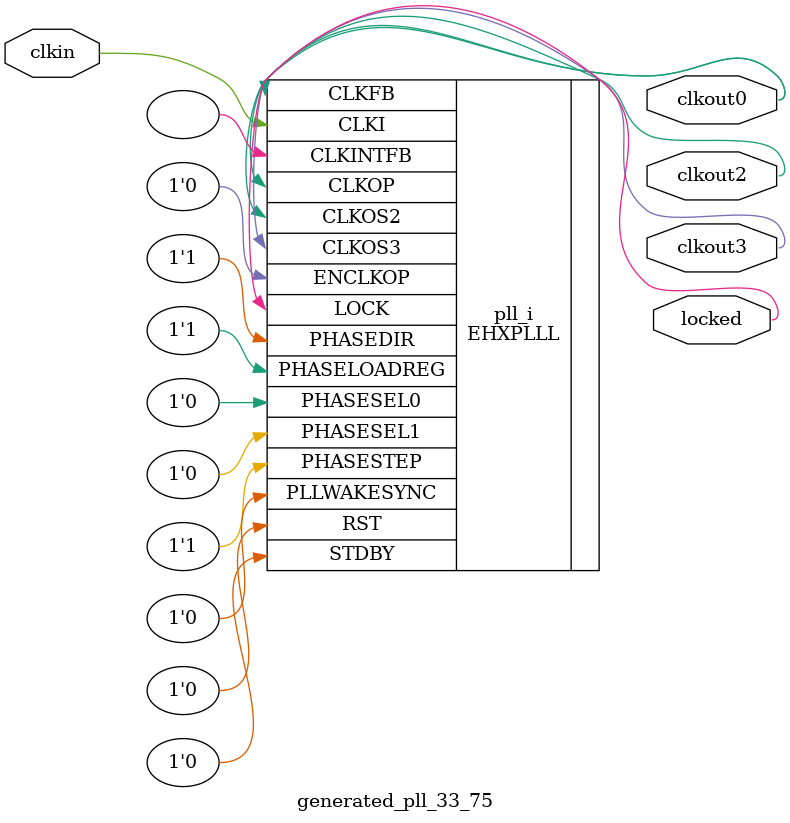
<source format=v>

module generated_pll_33_75
(
    input clkin, // 25 MHz, 0 deg
    output clkout0, // 168.75 MHz, 0 deg
    output clkout2, // 33.75 MHz, 0 deg
    output clkout3, // 16.875 MHz, 0 deg
    output locked
);
(* FREQUENCY_PIN_CLKI="25" *)
(* FREQUENCY_PIN_CLKOP="168.75" *)
(* FREQUENCY_PIN_CLKOS2="33.75" *)
(* FREQUENCY_PIN_CLKOS3="16.875" *)
(* ICP_CURRENT="12" *) (* LPF_RESISTOR="8" *) (* MFG_ENABLE_FILTEROPAMP="1" *) (* MFG_GMCREF_SEL="2" *)
EHXPLLL #(
        .PLLRST_ENA("DISABLED"),
        .INTFB_WAKE("DISABLED"),
        .STDBY_ENABLE("DISABLED"),
        .DPHASE_SOURCE("DISABLED"),
        .OUTDIVIDER_MUXA("DIVA"),
        .OUTDIVIDER_MUXB("DIVB"),
        .OUTDIVIDER_MUXC("DIVC"),
        .OUTDIVIDER_MUXD("DIVD"),
        .CLKI_DIV(4),
        .CLKOP_ENABLE("ENABLED"),
        .CLKOP_DIV(4),
        .CLKOP_CPHASE(2),
        .CLKOP_FPHASE(0),
        .CLKOS2_ENABLE("ENABLED"),
        .CLKOS2_DIV(20),
        .CLKOS2_CPHASE(2),
        .CLKOS2_FPHASE(0),
        .CLKOS3_ENABLE("ENABLED"),
        .CLKOS3_DIV(40),
        .CLKOS3_CPHASE(2),
        .CLKOS3_FPHASE(0),
        .FEEDBK_PATH("CLKOP"),
        .CLKFB_DIV(27)
    ) pll_i (
        .RST(1'b0),
        .STDBY(1'b0),
        .CLKI(clkin),
        .CLKOP(clkout0),
        .CLKOS2(clkout2),
        .CLKOS3(clkout3),
        .CLKFB(clkout0),
        .CLKINTFB(),
        .PHASESEL0(1'b0),
        .PHASESEL1(1'b0),
        .PHASEDIR(1'b1),
        .PHASESTEP(1'b1),
        .PHASELOADREG(1'b1),
        .PLLWAKESYNC(1'b0),
        .ENCLKOP(1'b0),
        .LOCK(locked)
	);
endmodule

</source>
